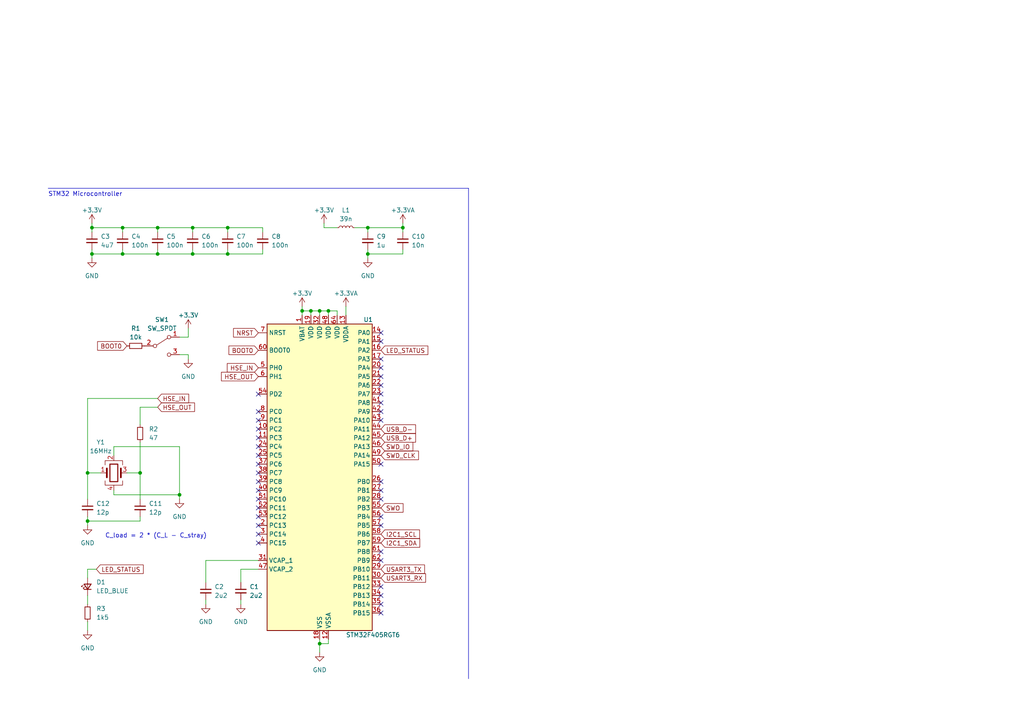
<source format=kicad_sch>
(kicad_sch (version 20230121) (generator eeschema)
  (paper "A4")
  (title_block (title "STM32 PCB Demo 01") (date "2023-07-08") (rev "v0.1.0"))
  (lib_symbols
    (symbol "Device:C_Small" (pin_numbers hide) (pin_names (offset 0.254) hide)
      (property "Reference" "C" (at 0.254 1.778 0))
      (property "Value" "C_Small" (at 0.254 -2.032 0))
      (symbol "C_Small_0_1"
        (polyline (pts (xy -1.524 -0.508) (xy 1.524 -0.508)) (stroke (width 0.3302)))
        (polyline (pts (xy -1.524 0.508) (xy 1.524 0.508)) (stroke (width 0.3048)))
      )
      (symbol "C_Small_1_1"
        (pin passive line (at 0 2.54 270) (length 2.032) (name "~") (number "1"))
        (pin passive line (at 0 -2.54 90) (length 2.032) (name "~") (number "2"))
      )
    )
    (symbol "Device:Crystal_GND24" (pin_names (offset 1.016) hide)
      (property "Reference" "Y" (at 3.175 5.08 0))
      (property "Value" "Crystal_GND24" (at 3.175 3.175 0))
      (symbol "Crystal_GND24_0_1"
        (rectangle (start -1.143 2.54) (end 1.143 -2.54) (stroke (width 0.3048)))
        (polyline (pts (xy -2.54 0) (xy -2.032 0)))
        (polyline (pts (xy -2.032 -1.27) (xy -2.032 1.27)) (stroke (width 0.508)))
        (polyline (pts (xy 0 -3.81) (xy 0 -3.556)))
        (polyline (pts (xy 0 3.556) (xy 0 3.81)))
        (polyline (pts (xy 2.032 -1.27) (xy 2.032 1.27)) (stroke (width 0.508)))
        (polyline (pts (xy 2.032 0) (xy 2.54 0)))
        (polyline (pts (xy -2.54 -2.286) (xy -2.54 -3.556) (xy 2.54 -3.556) (xy 2.54 -2.286)))
        (polyline (pts (xy -2.54 2.286) (xy -2.54 3.556) (xy 2.54 3.556) (xy 2.54 2.286)))
      )
      (symbol "Crystal_GND24_1_1"
        (pin passive line (at -3.81 0 0) (length 1.27) (name "1") (number "1"))
        (pin passive line (at 0 5.08 270) (length 1.27) (name "2") (number "2"))
        (pin passive line (at 3.81 0 180) (length 1.27) (name "3") (number "3"))
        (pin passive line (at 0 -5.08 90) (length 1.27) (name "4") (number "4"))
      )
    )
    (symbol "Device:LED_Small" (pin_numbers hide) (pin_names (offset 0.254) hide)
      (property "Reference" "D" (at -1.27 3.175 0))
      (property "Value" "LED_Small" (at -4.445 -2.54 0))
      (symbol "LED_Small_0_1"
        (polyline (pts (xy -0.762 -1.016) (xy -0.762 1.016)) (stroke (width 0.254)))
        (polyline (pts (xy 1.016 0) (xy -0.762 0)))
        (polyline (pts (xy 0.762 -1.016) (xy -0.762 0) (xy 0.762 1.016) (xy 0.762 -1.016)) (stroke (width 0.254)))
        (polyline (pts (xy 0 0.762) (xy -0.508 1.27) (xy -0.254 1.27) (xy -0.508 1.27) (xy -0.508 1.016)))
        (polyline (pts (xy 0.508 1.27) (xy 0 1.778) (xy 0.254 1.778) (xy 0 1.778) (xy 0 1.524)))
      )
      (symbol "LED_Small_1_1"
        (pin passive line (at -2.54 0 0) (length 1.778) (name "K") (number "1"))
        (pin passive line (at 2.54 0 180) (length 1.778) (name "A") (number "2"))
      )
    )
    (symbol "Device:L_Small" (pin_numbers hide) (pin_names (offset 0.254) hide)
      (property "Reference" "L" (at 0.762 1.016 0))
      (property "Value" "L_Small" (at 0.762 -1.016 0))
      (symbol "L_Small_0_1"
        (arc (start 0 -2.032) (mid 0.5058 -1.524) (end 0 -1.016))
        (arc (start 0 -1.016) (mid 0.5058 -0.508) (end 0 0))
        (arc (start 0 0) (mid 0.5058 0.508) (end 0 1.016))
        (arc (start 0 1.016) (mid 0.5058 1.524) (end 0 2.032))
      )
      (symbol "L_Small_1_1"
        (pin passive line (at 0 2.54 270) (length 0.508) (name "~") (number "1"))
        (pin passive line (at 0 -2.54 90) (length 0.508) (name "~") (number "2"))
      )
    )
    (symbol "Device:R_Small" (pin_numbers hide) (pin_names (offset 0.254) hide)
      (property "Reference" "R" (at 0.762 0.508 0))
      (property "Value" "R_Small" (at 0.762 -1.016 0))
      (symbol "R_Small_0_1"
        (rectangle (start -0.762 1.778) (end 0.762 -1.778) (stroke (width 0.2032)))
      )
      (symbol "R_Small_1_1"
        (pin passive line (at 0 2.54 270) (length 0.762) (name "~") (number "1"))
        (pin passive line (at 0 -2.54 90) (length 0.762) (name "~") (number "2"))
      )
    )
    (symbol "MCU_ST_STM32F4:STM32F405RGTx"
      (property "Reference" "U" (at -15.24 46.99 0))
      (property "Value" "STM32F405RGTx" (at 10.16 46.99 0))
      (symbol "STM32F405RGTx_0_1"
        (rectangle (start -15.24 -43.18) (end 15.24 45.72) (stroke (width 0.254)) (fill (type background)))
      )
      (symbol "STM32F405RGTx_1_1"
        (pin power_in line (at -5.08 48.26 270) (length 2.54) (name "VBAT") (number "1"))
        (pin bidirectional line (at -17.78 15.24 0) (length 2.54) (name "PC2") (number "10"))
        (pin bidirectional line (at -17.78 12.7 0) (length 2.54) (name "PC3") (number "11"))
        (pin power_in line (at 2.54 -45.72 90) (length 2.54) (name "VSSA") (number "12"))
        (pin power_in line (at 7.62 48.26 270) (length 2.54) (name "VDDA") (number "13"))
        (pin bidirectional line (at 17.78 43.18 180) (length 2.54) (name "PA0") (number "14"))
        (pin bidirectional line (at 17.78 40.64 180) (length 2.54) (name "PA1") (number "15"))
        (pin bidirectional line (at 17.78 38.1 180) (length 2.54) (name "PA2") (number "16"))
        (pin bidirectional line (at 17.78 35.56 180) (length 2.54) (name "PA3") (number "17"))
        (pin power_in line (at 0 -45.72 90) (length 2.54) (name "VSS") (number "18"))
        (pin power_in line (at -2.54 48.26 270) (length 2.54) (name "VDD") (number "19"))
        (pin bidirectional line (at -17.78 -12.7 0) (length 2.54) (name "PC13") (number "2"))
        (pin bidirectional line (at 17.78 33.02 180) (length 2.54) (name "PA4") (number "20"))
        (pin bidirectional line (at 17.78 30.48 180) (length 2.54) (name "PA5") (number "21"))
        (pin bidirectional line (at 17.78 27.94 180) (length 2.54) (name "PA6") (number "22"))
        (pin bidirectional line (at 17.78 25.4 180) (length 2.54) (name "PA7") (number "23"))
        (pin bidirectional line (at -17.78 10.16 0) (length 2.54) (name "PC4") (number "24"))
        (pin bidirectional line (at -17.78 7.62 0) (length 2.54) (name "PC5") (number "25"))
        (pin bidirectional line (at 17.78 0 180) (length 2.54) (name "PB0") (number "26"))
        (pin bidirectional line (at 17.78 -2.54 180) (length 2.54) (name "PB1") (number "27"))
        (pin bidirectional line (at 17.78 -5.08 180) (length 2.54) (name "PB2") (number "28"))
        (pin bidirectional line (at 17.78 -25.4 180) (length 2.54) (name "PB10") (number "29"))
        (pin bidirectional line (at -17.78 -15.24 0) (length 2.54) (name "PC14") (number "3"))
        (pin bidirectional line (at 17.78 -27.94 180) (length 2.54) (name "PB11") (number "30"))
        (pin power_out line (at -17.78 -22.86 0) (length 2.54) (name "VCAP_1") (number "31"))
        (pin power_in line (at 0 48.26 270) (length 2.54) (name "VDD") (number "32"))
        (pin bidirectional line (at 17.78 -30.48 180) (length 2.54) (name "PB12") (number "33"))
        (pin bidirectional line (at 17.78 -33.02 180) (length 2.54) (name "PB13") (number "34"))
        (pin bidirectional line (at 17.78 -35.56 180) (length 2.54) (name "PB14") (number "35"))
        (pin bidirectional line (at 17.78 -38.1 180) (length 2.54) (name "PB15") (number "36"))
        (pin bidirectional line (at -17.78 5.08 0) (length 2.54) (name "PC6") (number "37"))
        (pin bidirectional line (at -17.78 2.54 0) (length 2.54) (name "PC7") (number "38"))
        (pin bidirectional line (at -17.78 0 0) (length 2.54) (name "PC8") (number "39"))
        (pin bidirectional line (at -17.78 -17.78 0) (length 2.54) (name "PC15") (number "4"))
        (pin bidirectional line (at -17.78 -2.54 0) (length 2.54) (name "PC9") (number "40"))
        (pin bidirectional line (at 17.78 22.86 180) (length 2.54) (name "PA8") (number "41"))
        (pin bidirectional line (at 17.78 20.32 180) (length 2.54) (name "PA9") (number "42"))
        (pin bidirectional line (at 17.78 17.78 180) (length 2.54) (name "PA10") (number "43"))
        (pin bidirectional line (at 17.78 15.24 180) (length 2.54) (name "PA11") (number "44"))
        (pin bidirectional line (at 17.78 12.7 180) (length 2.54) (name "PA12") (number "45"))
        (pin bidirectional line (at 17.78 10.16 180) (length 2.54) (name "PA13") (number "46"))
        (pin power_out line (at -17.78 -25.4 0) (length 2.54) (name "VCAP_2") (number "47"))
        (pin power_in line (at 2.54 48.26 270) (length 2.54) (name "VDD") (number "48"))
        (pin bidirectional line (at 17.78 7.62 180) (length 2.54) (name "PA14") (number "49"))
        (pin bidirectional line (at -17.78 33.02 0) (length 2.54) (name "PH0") (number "5"))
        (pin bidirectional line (at 17.78 5.08 180) (length 2.54) (name "PA15") (number "50"))
        (pin bidirectional line (at -17.78 -5.08 0) (length 2.54) (name "PC10") (number "51"))
        (pin bidirectional line (at -17.78 -7.62 0) (length 2.54) (name "PC11") (number "52"))
        (pin bidirectional line (at -17.78 -10.16 0) (length 2.54) (name "PC12") (number "53"))
        (pin bidirectional line (at -17.78 25.4 0) (length 2.54) (name "PD2") (number "54"))
        (pin bidirectional line (at 17.78 -7.62 180) (length 2.54) (name "PB3") (number "55"))
        (pin bidirectional line (at 17.78 -10.16 180) (length 2.54) (name "PB4") (number "56"))
        (pin bidirectional line (at 17.78 -12.7 180) (length 2.54) (name "PB5") (number "57"))
        (pin bidirectional line (at 17.78 -15.24 180) (length 2.54) (name "PB6") (number "58"))
        (pin bidirectional line (at 17.78 -17.78 180) (length 2.54) (name "PB7") (number "59"))
        (pin bidirectional line (at -17.78 30.48 0) (length 2.54) (name "PH1") (number "6"))
        (pin input line (at -17.78 38.1 0) (length 2.54) (name "BOOT0") (number "60"))
        (pin bidirectional line (at 17.78 -20.32 180) (length 2.54) (name "PB8") (number "61"))
        (pin bidirectional line (at 17.78 -22.86 180) (length 2.54) (name "PB9") (number "62"))
        (pin passive line (at 0 -45.72 90) (length 2.54) hide (name "VSS") (number "63"))
        (pin power_in line (at 5.08 48.26 270) (length 2.54) (name "VDD") (number "64"))
        (pin input line (at -17.78 43.18 0) (length 2.54) (name "NRST") (number "7"))
        (pin bidirectional line (at -17.78 20.32 0) (length 2.54) (name "PC0") (number "8"))
        (pin bidirectional line (at -17.78 17.78 0) (length 2.54) (name "PC1") (number "9"))
      )
    )
    (symbol "Switch:SW_SPDT" (pin_names (offset 0) hide)
      (property "Reference" "SW" (at 0 4.318 0))
      (property "Value" "SW_SPDT" (at 0 -5.08 0))
      (symbol "SW_SPDT_0_0"
        (circle (center -2.032 0) (radius 0.508))
        (circle (center 2.032 -2.54) (radius 0.508))
      )
      (symbol "SW_SPDT_0_1"
        (polyline (pts (xy -1.524 0.254) (xy 1.651 2.286)))
        (circle (center 2.032 2.54) (radius 0.508))
      )
      (symbol "SW_SPDT_1_1"
        (pin passive line (at 5.08 2.54 180) (length 2.54) (name "A") (number "1"))
        (pin passive line (at -5.08 0 0) (length 2.54) (name "B") (number "2"))
        (pin passive line (at 5.08 -2.54 180) (length 2.54) (name "C") (number "3"))
      )
    )
    (symbol "power:+3.3V" (power) (pin_names (offset 0))
      (property "Value" "+3.3V" (at 0 3.556 0))
      (symbol "+3.3V_0_1"
        (polyline (pts (xy -0.762 1.27) (xy 0 2.54)))
        (polyline (pts (xy 0 0) (xy 0 2.54)))
        (polyline (pts (xy 0 2.54) (xy 0.762 1.27)))
      )
      (symbol "+3.3V_1_1"
        (pin power_in line (at 0 0 90) (length 0) hide (name "+3.3V") (number "1"))
      )
    )
    (symbol "power:+3.3VA" (power) (pin_names (offset 0))
      (property "Value" "+3.3VA" (at 0 3.556 0))
      (symbol "+3.3VA_0_1"
        (polyline (pts (xy -0.762 1.27) (xy 0 2.54)))
        (polyline (pts (xy 0 0) (xy 0 2.54)))
        (polyline (pts (xy 0 2.54) (xy 0.762 1.27)))
      )
      (symbol "+3.3VA_1_1"
        (pin power_in line (at 0 0 90) (length 0) hide (name "+3.3VA") (number "1"))
      )
    )
    (symbol "power:GND" (power) (pin_names (offset 0))
      (property "Value" "GND" (at 0 -3.81 0))
      (symbol "GND_0_1"
        (polyline (pts (xy 0 0) (xy 0 -1.27) (xy 1.27 -1.27) (xy 0 -2.54) (xy -1.27 -1.27) (xy 0 -1.27)))
      )
      (symbol "GND_1_1"
        (pin power_in line (at 0 0 270) (length 0) hide (name "GND") (number "1"))
      )
    )
  )
  (junction (at 106.68 66.04))
  (junction (at 35.56 73.66))
  (junction (at 116.84 66.04))
  (junction (at 66.04 66.04))
  (junction (at 66.04 73.66))
  (junction (at 55.88 73.66))
  (junction (at 52.07 143.51))
  (junction (at 40.64 137.16))
  (junction (at 90.17 90.17))
  (junction (at 106.68 73.66))
  (junction (at 92.71 90.17))
  (junction (at 25.4 151.13))
  (junction (at 26.67 66.04))
  (junction (at 92.71 186.69))
  (junction (at 55.88 66.04))
  (junction (at 25.4 137.16))
  (junction (at 45.72 73.66))
  (junction (at 95.25 90.17))
  (junction (at 26.67 73.66))
  (junction (at 45.72 66.04))
  (junction (at 35.56 66.04))
  (junction (at 87.63 90.17))
  (no_connect (at 74.93 124.46))
  (no_connect (at 110.49 99.06))
  (no_connect (at 110.49 142.24))
  (no_connect (at 110.49 175.26))
  (no_connect (at 74.93 132.08))
  (no_connect (at 74.93 152.4))
  (no_connect (at 110.49 114.3))
  (no_connect (at 74.93 144.78))
  (no_connect (at 110.49 144.78))
  (no_connect (at 74.93 154.94))
  (no_connect (at 74.93 157.48))
  (no_connect (at 74.93 119.38))
  (no_connect (at 110.49 116.84))
  (no_connect (at 110.49 149.86))
  (no_connect (at 110.49 111.76))
  (no_connect (at 74.93 127))
  (no_connect (at 110.49 162.56))
  (no_connect (at 110.49 139.7))
  (no_connect (at 110.49 106.68))
  (no_connect (at 74.93 129.54))
  (no_connect (at 110.49 170.18))
  (no_connect (at 110.49 134.62))
  (no_connect (at 74.93 134.62))
  (no_connect (at 74.93 147.32))
  (no_connect (at 110.49 109.22))
  (no_connect (at 74.93 139.7))
  (no_connect (at 110.49 152.4))
  (no_connect (at 74.93 114.3))
  (no_connect (at 74.93 142.24))
  (no_connect (at 110.49 119.38))
  (no_connect (at 74.93 137.16))
  (no_connect (at 110.49 96.52))
  (no_connect (at 110.49 121.92))
  (no_connect (at 110.49 177.8))
  (no_connect (at 74.93 121.92))
  (no_connect (at 110.49 172.72))
  (no_connect (at 110.49 104.14))
  (no_connect (at 110.49 160.02))
  (no_connect (at 74.93 149.86))
  (wire (pts (xy 92.71 90.17) (xy 92.71 91.44)))
  (wire (pts (xy 25.4 149.86) (xy 25.4 151.13)))
  (wire (pts (xy 90.17 90.17) (xy 90.17 91.44)))
  (wire (pts (xy 116.84 73.66) (xy 106.68 73.66)))
  (wire (pts (xy 45.72 115.57) (xy 25.4 115.57)))
  (wire (pts (xy 45.72 72.39) (xy 45.72 73.66)))
  (wire (pts (xy 106.68 66.04) (xy 116.84 66.04)))
  (wire (pts (xy 93.98 64.77) (xy 93.98 66.04)))
  (wire (pts (xy 40.64 144.78) (xy 40.64 137.16)))
  (wire (pts (xy 95.25 186.69) (xy 95.25 185.42)))
  (wire (pts (xy 92.71 186.69) (xy 95.25 186.69)))
  (wire (pts (xy 106.68 67.31) (xy 106.68 66.04)))
  (wire (pts (xy 35.56 73.66) (xy 26.67 73.66)))
  (wire (pts (xy 66.04 73.66) (xy 55.88 73.66)))
  (wire (pts (xy 33.02 143.51) (xy 52.07 143.51)))
  (wire (pts (xy 40.64 128.27) (xy 40.64 137.16)))
  (wire (pts (xy 59.69 162.56) (xy 74.93 162.56)))
  (wire (pts (xy 52.07 102.87) (xy 54.61 102.87)))
  (wire (pts (xy 100.33 88.9) (xy 100.33 91.44)))
  (wire (pts (xy 33.02 132.08) (xy 33.02 129.54)))
  (wire (pts (xy 90.17 90.17) (xy 92.71 90.17)))
  (wire (pts (xy 52.07 129.54) (xy 52.07 143.51)))
  (wire (pts (xy 26.67 72.39) (xy 26.67 73.66)))
  (wire (pts (xy 54.61 95.25) (xy 54.61 97.79)))
  (wire (pts (xy 69.85 173.99) (xy 69.85 175.26)))
  (wire (pts (xy 25.4 144.78) (xy 25.4 137.16)))
  (wire (pts (xy 40.64 149.86) (xy 40.64 151.13)))
  (wire (pts (xy 106.68 73.66) (xy 106.68 74.93)))
  (wire (pts (xy 45.72 66.04) (xy 45.72 67.31)))
  (wire (pts (xy 76.2 72.39) (xy 76.2 73.66)))
  (polyline (pts (xy 135.89 54.61) (xy 135.89 196.85)))
  (wire (pts (xy 76.2 66.04) (xy 66.04 66.04)))
  (wire (pts (xy 26.67 64.77) (xy 26.67 66.04)))
  (wire (pts (xy 52.07 144.78) (xy 52.07 143.51)))
  (wire (pts (xy 45.72 73.66) (xy 35.56 73.66)))
  (wire (pts (xy 40.64 151.13) (xy 25.4 151.13)))
  (wire (pts (xy 116.84 72.39) (xy 116.84 73.66)))
  (wire (pts (xy 35.56 66.04) (xy 35.56 67.31)))
  (wire (pts (xy 35.56 66.04) (xy 26.67 66.04)))
  (wire (pts (xy 33.02 129.54) (xy 52.07 129.54)))
  (wire (pts (xy 25.4 180.34) (xy 25.4 182.88)))
  (wire (pts (xy 69.85 168.91) (xy 69.85 165.1)))
  (wire (pts (xy 25.4 172.72) (xy 25.4 175.26)))
  (wire (pts (xy 93.98 66.04) (xy 97.79 66.04)))
  (wire (pts (xy 59.69 168.91) (xy 59.69 162.56)))
  (wire (pts (xy 26.67 66.04) (xy 26.67 67.31)))
  (wire (pts (xy 40.64 137.16) (xy 36.83 137.16)))
  (wire (pts (xy 54.61 102.87) (xy 54.61 104.14)))
  (wire (pts (xy 106.68 66.04) (xy 102.87 66.04)))
  (wire (pts (xy 95.25 90.17) (xy 95.25 91.44)))
  (polyline (pts (xy 13.97 54.61) (xy 135.89 54.61)))
  (wire (pts (xy 87.63 90.17) (xy 90.17 90.17)))
  (wire (pts (xy 40.64 118.11) (xy 40.64 123.19)))
  (wire (pts (xy 66.04 66.04) (xy 66.04 67.31)))
  (wire (pts (xy 26.67 73.66) (xy 26.67 74.93)))
  (wire (pts (xy 54.61 97.79) (xy 52.07 97.79)))
  (wire (pts (xy 92.71 185.42) (xy 92.71 186.69)))
  (wire (pts (xy 25.4 151.13) (xy 25.4 152.4)))
  (wire (pts (xy 25.4 115.57) (xy 25.4 137.16)))
  (wire (pts (xy 92.71 189.23) (xy 92.71 186.69)))
  (wire (pts (xy 116.84 64.77) (xy 116.84 66.04)))
  (wire (pts (xy 69.85 165.1) (xy 74.93 165.1)))
  (wire (pts (xy 87.63 90.17) (xy 87.63 91.44)))
  (wire (pts (xy 27.94 165.1) (xy 25.4 165.1)))
  (wire (pts (xy 55.88 66.04) (xy 45.72 66.04)))
  (wire (pts (xy 35.56 72.39) (xy 35.56 73.66)))
  (wire (pts (xy 95.25 90.17) (xy 97.79 90.17)))
  (wire (pts (xy 45.72 66.04) (xy 35.56 66.04)))
  (wire (pts (xy 116.84 66.04) (xy 116.84 67.31)))
  (wire (pts (xy 87.63 88.9) (xy 87.63 90.17)))
  (wire (pts (xy 92.71 90.17) (xy 95.25 90.17)))
  (wire (pts (xy 33.02 143.51) (xy 33.02 142.24)))
  (wire (pts (xy 97.79 90.17) (xy 97.79 91.44)))
  (wire (pts (xy 76.2 73.66) (xy 66.04 73.66)))
  (wire (pts (xy 55.88 66.04) (xy 55.88 67.31)))
  (wire (pts (xy 59.69 173.99) (xy 59.69 175.26)))
  (wire (pts (xy 66.04 72.39) (xy 66.04 73.66)))
  (wire (pts (xy 66.04 66.04) (xy 55.88 66.04)))
  (wire (pts (xy 106.68 72.39) (xy 106.68 73.66)))
  (wire (pts (xy 45.72 118.11) (xy 40.64 118.11)))
  (wire (pts (xy 25.4 137.16) (xy 29.21 137.16)))
  (wire (pts (xy 55.88 73.66) (xy 45.72 73.66)))
  (wire (pts (xy 25.4 165.1) (xy 25.4 167.64)))
  (wire (pts (xy 76.2 67.31) (xy 76.2 66.04)))
  (wire (pts (xy 55.88 72.39) (xy 55.88 73.66)))
  (text "C_load = 2 * (C_L - C_stray)" (at 30.48 156.21 0) (effects (font (size 1.27 1.27)) (justify left bottom)))
  (text "STM32 Microcontroller" (at 13.97 57.15 0) (effects (font (size 1.27 1.27)) (justify left bottom)))
  (global_label "HSE_IN" (shape input) (at 45.72 115.57 0) (property "Intersheetrefs" "${INTERSHEET_REFS}" (effects hide)))
  (global_label "USB_D+" (shape input) (at 110.49 127 0) (property "Intersheetrefs" "${INTERSHEET_REFS}" (effects hide)))
  (global_label "HSE_IN" (shape input) (at 74.93 106.68 180) (property "Intersheetrefs" "${INTERSHEET_REFS}" (effects hide)))
  (global_label "SWD_CLK" (shape input) (at 110.49 132.08 0) (property "Intersheetrefs" "${INTERSHEET_REFS}" (effects hide)))
  (global_label "BOOT0" (shape input) (at 36.83 100.33 180) (property "Intersheetrefs" "${INTERSHEET_REFS}" (effects hide)))
  (global_label "HSE_OUT" (shape input) (at 74.93 109.22 180) (property "Intersheetrefs" "${INTERSHEET_REFS}" (effects hide)))
  (global_label "USB_D-" (shape input) (at 110.49 124.46 0) (property "Intersheetrefs" "${INTERSHEET_REFS}" (effects hide)))
  (global_label "SWD_IO" (shape input) (at 110.49 129.54 0) (property "Intersheetrefs" "${INTERSHEET_REFS}" (effects hide)))
  (global_label "SWO" (shape input) (at 110.49 147.32 0) (property "Intersheetrefs" "${INTERSHEET_REFS}" (effects hide)))
  (global_label "I2C1_SCL" (shape input) (at 110.49 154.94 0) (property "Intersheetrefs" "${INTERSHEET_REFS}" (effects hide)))
  (global_label "USART3_RX" (shape input) (at 110.49 167.64 0) (property "Intersheetrefs" "${INTERSHEET_REFS}" (effects hide)))
  (global_label "LED_STATUS" (shape input) (at 27.94 165.1 0) (property "Intersheetrefs" "${INTERSHEET_REFS}" (effects hide)))
  (global_label "I2C1_SDA" (shape input) (at 110.49 157.48 0) (property "Intersheetrefs" "${INTERSHEET_REFS}" (effects hide)))
  (global_label "LED_STATUS" (shape input) (at 110.49 101.6 0) (property "Intersheetrefs" "${INTERSHEET_REFS}" (effects hide)))
  (global_label "BOOT0" (shape input) (at 74.93 101.6 180) (property "Intersheetrefs" "${INTERSHEET_REFS}" (effects hide)))
  (global_label "NRST" (shape input) (at 74.93 96.52 180) (property "Intersheetrefs" "${INTERSHEET_REFS}" (effects hide)))
  (global_label "HSE_OUT" (shape input) (at 45.72 118.11 0) (property "Intersheetrefs" "${INTERSHEET_REFS}" (effects hide)))
  (global_label "USART3_TX" (shape input) (at 110.49 165.1 0) (property "Intersheetrefs" "${INTERSHEET_REFS}" (effects hide)))
  (symbol (lib_id "power:GND") (at 54.61 104.14 0) (unit 1)
    (property "Reference" "#PWR07" (effects hide))
    (property "Value" "GND" (at 54.61 109.22 0))
  )
  (symbol (lib_id "Device:C_Small") (at 106.68 69.85 0) (unit 1)
    (property "Reference" "C9" (at 109.22 68.5863 0) (effects (justify left)))
    (property "Value" "1u" (at 109.22 71.1263 0) (effects (justify left)))
  )
  (symbol (lib_id "Device:R_Small") (at 25.4 177.8 0) (unit 1)
    (property "Reference" "R3" (at 27.94 176.53 0) (effects (justify left)))
    (property "Value" "1k5" (at 27.94 179.07 0) (effects (justify left)))
  )
  (symbol (lib_id "Device:C_Small") (at 116.84 69.85 0) (unit 1)
    (property "Reference" "C10" (at 119.38 68.5863 0) (effects (justify left)))
    (property "Value" "10n" (at 119.38 71.1263 0) (effects (justify left)))
  )
  (symbol (lib_id "power:+3.3V") (at 87.63 88.9 0) (unit 1)
    (property "Reference" "#PWR02" (effects hide))
    (property "Value" "+3.3V" (at 87.63 85.09 0))
  )
  (symbol (lib_id "power:GND") (at 26.67 74.93 0) (unit 1)
    (property "Reference" "#PWR09" (effects hide))
    (property "Value" "GND" (at 26.67 80.01 0))
  )
  (symbol (lib_id "power:GND") (at 69.85 175.26 0) (unit 1)
    (property "Reference" "#PWR04" (effects hide))
    (property "Value" "GND" (at 69.85 180.34 0))
  )
  (symbol (lib_id "power:GND") (at 25.4 182.88 0) (unit 1)
    (property "Reference" "#PWR015" (effects hide))
    (property "Value" "GND" (at 25.4 187.96 0))
  )
  (symbol (lib_id "Device:C_Small") (at 45.72 69.85 0) (unit 1)
    (property "Reference" "C5" (at 48.26 68.5863 0) (effects (justify left)))
    (property "Value" "100n" (at 48.26 71.1263 0) (effects (justify left)))
  )
  (symbol (lib_id "MCU_ST_STM32F4:STM32F405RGTx") (at 92.71 139.7 0) (unit 1)
    (property "Reference" "U1" (at 105.41 92.71 0) (effects (justify left)))
    (property "Value" "STM32F405RGT6" (at 100.33 184.15 0) (effects (justify left)))
    (property "Footprint" "Package_QFP:LQFP-64_10x10mm_P0.5mm" (effects hide))
    (property "Datasheet" "https://www.st.com/resource/en/datasheet/stm32f405rg.pdf" (effects hide))
  )
  (symbol (lib_id "Device:C_Small") (at 25.4 147.32 0) (unit 1)
    (property "Reference" "C12" (at 27.94 146.0563 0) (effects (justify left)))
    (property "Value" "12p" (at 27.94 148.5963 0) (effects (justify left)))
  )
  (symbol (lib_id "Device:LED_Small") (at 25.4 170.18 90) (unit 1)
    (property "Reference" "D1" (at 27.94 168.8465 90) (effects (justify right)))
    (property "Value" "LED_BLUE" (at 27.94 171.3865 90) (effects (justify right)))
  )
  (symbol (lib_id "power:+3.3VA") (at 100.33 88.9 0) (unit 1)
    (property "Reference" "#PWR03" (effects hide))
    (property "Value" "+3.3VA" (at 100.33 85.09 0))
  )
  (symbol (lib_id "power:+3.3VA") (at 116.84 64.77 0) (unit 1)
    (property "Reference" "#PWR012" (effects hide))
    (property "Value" "+3.3VA" (at 116.84 60.96 0))
  )
  (symbol (lib_id "Device:C_Small") (at 59.69 171.45 0) (unit 1)
    (property "Reference" "C2" (at 62.23 170.1863 0) (effects (justify left)))
    (property "Value" "2u2" (at 62.23 172.7263 0) (effects (justify left)))
  )
  (symbol (lib_id "power:+3.3V") (at 54.61 95.25 0) (unit 1)
    (property "Reference" "#PWR06" (effects hide))
    (property "Value" "+3.3V" (at 54.61 91.44 0))
  )
  (symbol (lib_id "power:GND") (at 59.69 175.26 0) (unit 1)
    (property "Reference" "#PWR05" (effects hide))
    (property "Value" "GND" (at 59.69 180.34 0))
  )
  (symbol (lib_id "power:+3.3V") (at 93.98 64.77 0) (unit 1)
    (property "Reference" "#PWR010" (effects hide))
    (property "Value" "+3.3V" (at 93.98 60.96 0))
  )
  (symbol (lib_id "power:+3.3V") (at 26.67 64.77 0) (unit 1)
    (property "Reference" "#PWR08" (effects hide))
    (property "Value" "+3.3V" (at 26.67 60.96 0))
  )
  (symbol (lib_id "Switch:SW_SPDT") (at 46.99 100.33 0) (unit 1)
    (property "Reference" "SW1" (at 46.99 92.71 0))
    (property "Value" "SW_SPDT" (at 46.99 95.25 0))
  )
  (symbol (lib_id "power:GND") (at 92.71 189.23 0) (unit 1)
    (property "Reference" "#PWR01" (effects hide))
    (property "Value" "GND" (at 92.71 194.31 0))
  )
  (symbol (lib_id "Device:C_Small") (at 69.85 171.45 0) (unit 1)
    (property "Reference" "C1" (at 72.39 170.1863 0) (effects (justify left)))
    (property "Value" "2u2" (at 72.39 172.7263 0) (effects (justify left)))
  )
  (symbol (lib_id "power:GND") (at 25.4 152.4 0) (unit 1)
    (property "Reference" "#PWR013" (effects hide))
    (property "Value" "GND" (at 25.4 157.48 0))
  )
  (symbol (lib_id "Device:C_Small") (at 26.67 69.85 0) (unit 1)
    (property "Reference" "C3" (at 29.21 68.5863 0) (effects (justify left)))
    (property "Value" "4u7" (at 29.21 71.1263 0) (effects (justify left)))
  )
  (symbol (lib_id "Device:C_Small") (at 76.2 69.85 0) (unit 1)
    (property "Reference" "C8" (at 78.74 68.5863 0) (effects (justify left)))
    (property "Value" "100n" (at 78.74 71.1263 0) (effects (justify left)))
  )
  (symbol (lib_id "Device:C_Small") (at 55.88 69.85 0) (unit 1)
    (property "Reference" "C6" (at 58.42 68.5863 0) (effects (justify left)))
    (property "Value" "100n" (at 58.42 71.1263 0) (effects (justify left)))
  )
  (symbol (lib_id "Device:R_Small") (at 39.37 100.33 90) (unit 1)
    (property "Reference" "R1" (at 39.37 95.25 90))
    (property "Value" "10k" (at 39.37 97.79 90))
  )
  (symbol (lib_id "Device:C_Small") (at 66.04 69.85 0) (unit 1)
    (property "Reference" "C7" (at 68.58 68.5863 0) (effects (justify left)))
    (property "Value" "100n" (at 68.58 71.1263 0) (effects (justify left)))
  )
  (symbol (lib_id "power:GND") (at 106.68 74.93 0) (unit 1)
    (property "Reference" "#PWR011" (effects hide))
    (property "Value" "GND" (at 106.68 80.01 0))
  )
  (symbol (lib_id "Device:Crystal_GND24") (at 33.02 137.16 0) (unit 1)
    (property "Reference" "Y1" (at 29.21 128.27 0))
    (property "Value" "16MHz" (at 29.21 130.81 0))
  )
  (symbol (lib_id "power:GND") (at 52.07 144.78 0) (unit 1)
    (property "Reference" "#PWR014" (effects hide))
    (property "Value" "GND" (at 52.07 149.86 0))
  )
  (symbol (lib_id "Device:L_Small") (at 100.33 66.04 90) (unit 1)
    (property "Reference" "L1" (at 100.33 60.96 90))
    (property "Value" "39n" (at 100.33 63.5 90))
  )
  (symbol (lib_id "Device:C_Small") (at 40.64 147.32 0) (unit 1)
    (property "Reference" "C11" (at 43.18 146.0563 0) (effects (justify left)))
    (property "Value" "12p" (at 43.18 148.5963 0) (effects (justify left)))
  )
  (symbol (lib_id "Device:R_Small") (at 40.64 125.73 0) (unit 1)
    (property "Reference" "R2" (at 43.18 124.46 0) (effects (justify left)))
    (property "Value" "47" (at 43.18 127 0) (effects (justify left)))
  )
  (symbol (lib_id "Device:C_Small") (at 35.56 69.85 0) (unit 1)
    (property "Reference" "C4" (at 38.1 68.5863 0) (effects (justify left)))
    (property "Value" "100n" (at 38.1 71.1263 0) (effects (justify left)))
  )
)
</source>
